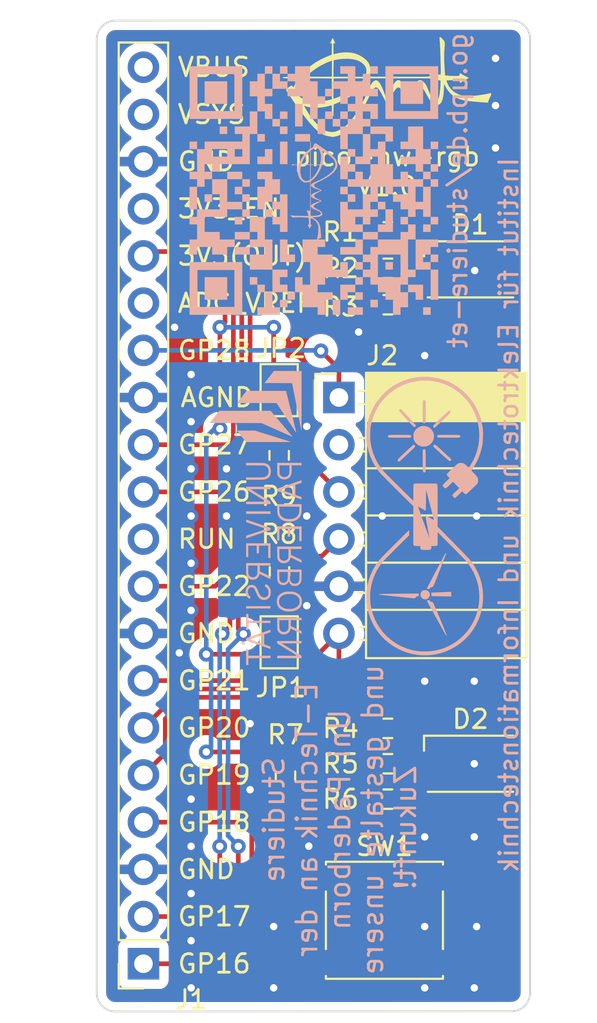
<source format=kicad_pcb>
(kicad_pcb (version 20211014) (generator pcbnew)
  (title_block (title "Pico Pupil Project") (date "04.09.2023") (rev "V 1.0") (company "Paderborn University - Measurement Engineering Group"))
  (layers (0 "F.Cu" signal) (31 "B.Cu" signal) (34 "B.Paste" user) (35 "F.Paste" user) (36 "B.SilkS" user "B.Silkscreen") (37 "F.SilkS" user "F.Silkscreen") (38 "B.Mask" user) (39 "F.Mask" user) (44 "Edge.Cuts" user))
  (net 0 "")
  (net 1 "+3.3V")
  (net 2 "Net-(D1-Pad2)")
  (net 3 "Net-(D1-Pad3)")
  (net 4 "Net-(D1-Pad4)")
  (net 5 "Net-(D2-Pad2)")
  (net 6 "Net-(D2-Pad3)")
  (net 7 "Net-(D2-Pad4)")
  (net 8 "/SCL")
  (net 9 "/SDA")
  (net 10 "GND")
  (net 11 "/Button")
  (net 12 "Net-(J1-Pad5)")
  (net 13 "Net-(J1-Pad6)")
  (net 14 "Net-(J1-Pad7)")
  (net 15 "Net-(J1-Pad9)")
  (net 17 "Net-(J1-Pad11)")
  (net 18 "Net-(J1-Pad12)")
  (net 19 "/IO")
  (net 25 "Net-(JP1-Pad2)")
  (net 26 "Net-(JP2-Pad2)")
  (footprint "Symbol-emt:EMT-Logo_11.7x5.9mm_Silkscreen" (layer "F.Cu") (at 121.666 93.726)
    (fp_text reference "H1" hide)
    (fp_text value "EMT-Logo")
  )
  (footprint "Button_Switch-emt:SW_SPST_Schurter_1301.93XX" (layer "F.Cu") (at 121.53 138.6)
    (fp_text reference "SW1" (at 0 -3.98) (layer "F.SilkS"))
    (fp_text value "SW_Push")
    (pad "1" smd rect (at -5 -2.25) (size 3 1.4) (layers "F.Cu" "F.Paste" "F.Mask") (net 10 "GND"))
    (pad "1" smd rect (at 5 -2.25) (size 3 1.4) (layers "F.Cu" "F.Paste" "F.Mask") (net 10 "GND"))
    (pad "2" smd rect (at -5 2.25) (size 3 1.4) (layers "F.Cu" "F.Paste" "F.Mask") (net 11 "/Button"))
    (pad "2" smd rect (at 5 2.25) (size 3 1.4) (layers "F.Cu" "F.Paste" "F.Mask") (net 11 "/Button"))
  )
  (footprint "Jumper:SolderJumper-2_P1.3mm_Open_TrianglePad1.0x1.5mm" (layer "F.Cu") (at 115.865 110.065 -90)
    (fp_text reference "JP2" (at -2.252742 -0.086) (layer "F.SilkS"))
    (fp_text value "I2C1_PULLUP_SCL")
    (pad "1" smd custom (at -0.725 0 270) (size 0.3 0.3) (layers "F.Cu" "F.Mask") (net 1 "+3.3V") (options (clearance outline) (anchor rect)) (primitives (gr_poly (pts (xy 1 0) (xy 0.5 0.75) (xy -0.5 0.75) (xy -0.5 -0.75) (xy 0.5 -0.75)) (width 0) (fill yes))))
    (pad "2" smd custom (at 0.725 0 270) (size 0.3 0.3) (layers "F.Cu" "F.Mask") (net 26 "Net-(JP2-Pad2)") (options (clearance outline) (anchor rect)) (primitives (gr_poly (pts (xy 0.5 0.75) (xy -0.65 0.75) (xy -0.15 0) (xy -0.65 -0.75) (xy 0.5 -0.75)) (width 0) (fill yes))))
  )
  (footprint "Jumper:SolderJumper-2_P1.3mm_Open_TrianglePad1.0x1.5mm" (layer "F.Cu") (at 115.865 123.637258 90)
    (fp_text reference "JP1" (at -2.437742 0.086) (layer "F.SilkS"))
    (fp_text value "I2C1_PULLUP_SDA")
    (pad "1" smd custom (at -0.725 0 90) (size 0.3 0.3) (layers "F.Cu" "F.Mask") (net 1 "+3.3V") (options (clearance outline) (anchor rect)) (primitives (gr_poly (pts (xy 1 0) (xy 0.5 0.75) (xy -0.5 0.75) (xy -0.5 -0.75) (xy 0.5 -0.75)) (width 0) (fill yes))))
    (pad "2" smd custom (at 0.725 0 90) (size 0.3 0.3) (layers "F.Cu" "F.Mask") (net 25 "Net-(JP1-Pad2)") (options (clearance outline) (anchor rect)) (primitives (gr_poly (pts (xy 0.5 0.75) (xy -0.65 0.75) (xy -0.15 0) (xy -0.65 -0.75) (xy 0.5 -0.75)) (width 0) (fill yes))))
  )
  (footprint "Resistor_SMD:R_0603_1608Metric" (layer "F.Cu") (at 116.205 130.825 -90)
    (fp_text reference "R7" (at -2.215 0) (layer "F.SilkS"))
    (fp_text value "10k")
    (pad "1" smd roundrect (at -0.825 0 270) (size 0.8 0.95) (layers "F.Cu" "F.Paste" "F.Mask") (net 1 "+3.3V"))
    (pad "2" smd roundrect (at 0.825 0 270) (size 0.8 0.95) (layers "F.Cu" "F.Paste" "F.Mask") (net 11 "/Button"))
  )
  (footprint "Connector_PinSocket_2.54mm:PinSocket_1x20_P2.54mm_Vertical" (layer "F.Cu") (at 108.56 140.94 180)
    (fp_text reference "J1" (at -2.565 -1.935) (layer "F.SilkS"))
    (fp_text value "Conn_01x20_Female")
    (pad "1" thru_hole rect (at 0 0 180) (size 1.7 1.7) (drill 1) (layers *.Cu *.Mask) (net 9 "/SDA"))
    (pad "2" thru_hole oval (at 0 2.54 180) (size 1.7 1.7) (drill 1) (layers *.Cu *.Mask) (net 8 "/SCL"))
    (pad "3" thru_hole oval (at 0 5.08 180) (size 1.7 1.7) (drill 1) (layers *.Cu *.Mask) (net 10 "GND"))
    (pad "4" thru_hole oval (at 0 7.62 180) (size 1.7 1.7) (drill 1) (layers *.Cu *.Mask) (net 11 "/Button"))
    (pad "5" thru_hole oval (at 0 10.16 180) (size 1.7 1.7) (drill 1) (layers *.Cu *.Mask) (net 12 "Net-(J1-Pad5)"))
    (pad "6" thru_hole oval (at 0 12.7 180) (size 1.7 1.7) (drill 1) (layers *.Cu *.Mask) (net 13 "Net-(J1-Pad6)"))
    (pad "7" thru_hole oval (at 0 15.24 180) (size 1.7 1.7) (drill 1) (layers *.Cu *.Mask) (net 14 "Net-(J1-Pad7)"))
    (pad "8" thru_hole oval (at 0 17.78 180) (size 1.7 1.7) (drill 1) (layers *.Cu *.Mask) (net 10 "GND"))
    (pad "9" thru_hole oval (at 0 20.32 180) (size 1.7 1.7) (drill 1) (layers *.Cu *.Mask) (net 15 "Net-(J1-Pad9)"))
    (pad "10" thru_hole oval (at 0 22.86 180) (size 1.7 1.7) (drill 1) (layers *.Cu *.Mask))
    (pad "11" thru_hole oval (at 0 25.4 180) (size 1.7 1.7) (drill 1) (layers *.Cu *.Mask) (net 17 "Net-(J1-Pad11)"))
    (pad "12" thru_hole oval (at 0 27.94 180) (size 1.7 1.7) (drill 1) (layers *.Cu *.Mask) (net 18 "Net-(J1-Pad12)"))
    (pad "13" thru_hole oval (at 0 30.48 180) (size 1.7 1.7) (drill 1) (layers *.Cu *.Mask) (net 10 "GND"))
    (pad "14" thru_hole oval (at 0 33.02 180) (size 1.7 1.7) (drill 1) (layers *.Cu *.Mask) (net 19 "/IO"))
    (pad "15" thru_hole oval (at 0 35.56 180) (size 1.7 1.7) (drill 1) (layers *.Cu *.Mask))
    (pad "16" thru_hole oval (at 0 38.1 180) (size 1.7 1.7) (drill 1) (layers *.Cu *.Mask) (net 1 "+3.3V"))
    (pad "17" thru_hole oval (at 0 40.64 180) (size 1.7 1.7) (drill 1) (layers *.Cu *.Mask))
    (pad "18" thru_hole oval (at 0 43.18 180) (size 1.7 1.7) (drill 1) (layers *.Cu *.Mask) (net 10 "GND"))
    (pad "19" thru_hole oval (at 0 45.72 180) (size 1.7 1.7) (drill 1) (layers *.Cu *.Mask))
    (pad "20" thru_hole oval (at 0 48.26 180) (size 1.7 1.7) (drill 1) (layers *.Cu *.Mask))
  )
  (footprint "Resistor_SMD:R_0603_1608Metric" (layer "F.Cu") (at 121.715 132.08 180)
    (fp_text reference "R6" (at 2.54 0) (layer "F.SilkS"))
    (fp_text value "1 kΩ")
    (pad "1" smd roundrect (at -0.825 0 180) (size 0.8 0.95) (layers "F.Cu" "F.Paste" "F.Mask") (net 5 "Net-(D2-Pad2)"))
    (pad "2" smd roundrect (at 0.825 0 180) (size 0.8 0.95) (layers "F.Cu" "F.Paste" "F.Mask") (net 12 "Net-(J1-Pad5)"))
  )
  (footprint "LED_SMD:LED_RGB_Wuerth-PLCC4_3.2x2.8mm_150141M173100" (layer "F.Cu") (at 126.16 103.56125)
    (fp_text reference "D1" (at 0 -2.4) (layer "F.SilkS"))
    (fp_text value "LED_ABRG")
    (pad "1" smd rect (at 1.55 -0.7) (size 1.5 0.9) (layers "F.Cu" "F.Paste" "F.Mask") (net 1 "+3.3V"))
    (pad "2" smd rect (at 1.55 0.7) (size 1.5 0.9) (layers "F.Cu" "F.Paste" "F.Mask") (net 2 "Net-(D1-Pad2)"))
    (pad "3" smd rect (at -1.55 -0.7) (size 1.5 0.9) (layers "F.Cu" "F.Paste" "F.Mask") (net 3 "Net-(D1-Pad3)"))
    (pad "4" smd rect (at -1.55 0.7) (size 1.5 0.9) (layers "F.Cu" "F.Paste" "F.Mask") (net 4 "Net-(D1-Pad4)"))
  )
  (footprint "Resistor_SMD:R_0603_1608Metric" (layer "F.Cu") (at 115.8825 119.827258 90)
    (fp_text reference "R8" (at 2.015 -0.0175) (layer "F.SilkS"))
    (fp_text value "2.2k")
    (pad "1" smd roundrect (at -0.825 0 90) (size 0.8 0.95) (layers "F.Cu" "F.Paste" "F.Mask") (net 25 "Net-(JP1-Pad2)"))
    (pad "2" smd roundrect (at 0.825 0 90) (size 0.8 0.95) (layers "F.Cu" "F.Paste" "F.Mask") (net 9 "/SDA"))
  )
  (footprint "LED_SMD:LED_RGB_Wuerth-PLCC4_3.2x2.8mm_150141M173100" (layer "F.Cu") (at 126.16 130.175)
    (fp_text reference "D2" (at 0 -2.4) (layer "F.SilkS"))
    (fp_text value "LED_ABRG")
    (pad "1" smd rect (at 1.55 -0.7) (size 1.5 0.9) (layers "F.Cu" "F.Paste" "F.Mask") (net 1 "+3.3V"))
    (pad "2" smd rect (at 1.55 0.7) (size 1.5 0.9) (layers "F.Cu" "F.Paste" "F.Mask") (net 5 "Net-(D2-Pad2)"))
    (pad "3" smd rect (at -1.55 -0.7) (size 1.5 0.9) (layers "F.Cu" "F.Paste" "F.Mask") (net 6 "Net-(D2-Pad3)"))
    (pad "4" smd rect (at -1.55 0.7) (size 1.5 0.9) (layers "F.Cu" "F.Paste" "F.Mask") (net 7 "Net-(D2-Pad4)"))
  )
  (footprint "Resistor_SMD:R_0603_1608Metric" (layer "F.Cu") (at 121.715 105.46625 180)
    (fp_text reference "R3" (at 2.54 -0.1125) (layer "F.SilkS"))
    (fp_text value "1 kΩ")
    (pad "1" smd roundrect (at -0.825 0 180) (size 0.8 0.95) (layers "F.Cu" "F.Paste" "F.Mask") (net 2 "Net-(D1-Pad2)"))
    (pad "2" smd roundrect (at 0.825 0 180) (size 0.8 0.95) (layers "F.Cu" "F.Paste" "F.Mask") (net 15 "Net-(J1-Pad9)"))
  )
  (footprint "Pmod_Interface-emt:Pmod_Interface_Female6" (layer "F.Cu") (at 119.08 110.46)
    (fp_text reference "J2" (at 2.332 -2.256) (layer "F.SilkS"))
    (fp_text value "Pmod-Interface-GPIO6")
    (pad "1" thru_hole rect (at 0 0 180) (size 1.7 1.7) (drill 1) (layers *.Cu *.Mask) (net 19 "/IO"))
    (pad "2" thru_hole oval (at 0 2.54 180) (size 1.7 1.7) (drill 1) (layers *.Cu *.Mask))
    (pad "3" thru_hole oval (at 0 5.08 180) (size 1.7 1.7) (drill 1) (layers *.Cu *.Mask) (net 8 "/SCL"))
    (pad "4" thru_hole oval (at 0 7.62 180) (size 1.7 1.7) (drill 1) (layers *.Cu *.Mask) (net 9 "/SDA"))
    (pad "5" thru_hole oval (at 0 10.16 180) (size 1.7 1.7) (drill 1) (layers *.Cu *.Mask) (net 10 "GND"))
    (pad "6" thru_hole circle (at 0 12.7 180) (size 1.7 1.7) (drill 1) (layers *.Cu *.Mask) (net 1 "+3.3V"))
  )
  (footprint "Resistor_SMD:R_0603_1608Metric" (layer "F.Cu") (at 121.715 101.54375 180)
    (fp_text reference "R1" (at 2.54 0) (layer "F.SilkS"))
    (fp_text value "470 Ω")
    (pad "1" smd roundrect (at -0.825 0 180) (size 0.8 0.95) (layers "F.Cu" "F.Paste" "F.Mask") (net 3 "Net-(D1-Pad3)"))
    (pad "2" smd roundrect (at 0.825 0 180) (size 0.8 0.95) (layers "F.Cu" "F.Paste" "F.Mask") (net 18 "Net-(J1-Pad12)"))
  )
  (footprint "Resistor_SMD:R_0603_1608Metric" (layer "F.Cu") (at 121.715 128.27 180)
    (fp_text reference "R4" (at 2.54 0) (layer "F.SilkS"))
    (fp_text value "470 Ω")
    (pad "1" smd roundrect (at -0.825 0 180) (size 0.8 0.95) (layers "F.Cu" "F.Paste" "F.Mask") (net 6 "Net-(D2-Pad3)"))
    (pad "2" smd roundrect (at 0.825 0 180) (size 0.8 0.95) (layers "F.Cu" "F.Paste" "F.Mask") (net 14 "Net-(J1-Pad7)"))
  )
  (footprint "Resistor_SMD:R_0603_1608Metric" (layer "F.Cu") (at 121.715 103.505 180)
    (fp_text reference "R2" (at 2.54 0) (layer "F.SilkS"))
    (fp_text value "1.5 kΩ")
    (pad "1" smd roundrect (at -0.825 0 180) (size 0.8 0.95) (layers "F.Cu" "F.Paste" "F.Mask") (net 4 "Net-(D1-Pad4)"))
    (pad "2" smd roundrect (at 0.825 0 180) (size 0.8 0.95) (layers "F.Cu" "F.Paste" "F.Mask") (net 17 "Net-(J1-Pad11)"))
  )
  (footprint "Resistor_SMD:R_0603_1608Metric" (layer "F.Cu") (at 115.865 113.575 -90)
    (fp_text reference "R9" (at 2.2 0) (layer "F.SilkS"))
    (fp_text value "2.2k")
    (pad "1" smd roundrect (at -0.825 0 270) (size 0.8 0.95) (layers "F.Cu" "F.Paste" "F.Mask") (net 26 "Net-(JP2-Pad2)"))
    (pad "2" smd roundrect (at 0.825 0 270) (size 0.8 0.95) (layers "F.Cu" "F.Paste" "F.Mask") (net 8 "/SCL"))
  )
  (footprint "Resistor_SMD:R_0603_1608Metric" (layer "F.Cu") (at 121.715 130.175 180)
    (fp_text reference "R5" (at 2.54 0) (layer "F.SilkS"))
    (fp_text value "1.5 kΩ")
    (pad "1" smd roundrect (at -0.825 0 180) (size 0.8 0.95) (layers "F.Cu" "F.Paste" "F.Mask") (net 7 "Net-(D2-Pad4)"))
    (pad "2" smd roundrect (at 0.825 0 180) (size 0.8 0.95) (layers "F.Cu" "F.Paste" "F.Mask") (net 13 "Net-(J1-Pad6)"))
  )
  (footprint "Symbol-emt:qr-studiere-et_15x16" (layer "B.Cu") (at 117.729 99.314 -90)
    (fp_text reference "H3")
    (fp_text value "QR-Link")
    (fp_text user "go.upb.de/studiere-et" (at 0 -7.747 90 unlocked) (layer "B.SilkS") (effects (justify mirror)))
  )
  (footprint "Symbol-emt:UPB-Logo_De_15.9X5.6mm" (layer "B.Cu") (at 115.75 118.85 -90)
    (fp_text reference "H2" hide)
    (fp_text value "UPB-Logo")
  )
  (footprint "LOGO" (layer "B.Cu") (at 123.698 116.84 -90)
    (fp_text reference "G***" hide)
    (fp_text value "LOGO" hide)
  )
  (gr_arc (start 129.37 142.5) (mid 129.077107 143.207107) (end 128.37 143.5) (layer "Edge.Cuts") (width 0.1))
  (gr_line (start 128.37 143.5) (end 107.045 143.51) (layer "Edge.Cuts") (width 0.1))
  (gr_line (start 107.045 90.17) (end 128.37 90.16) (layer "Edge.Cuts") (width 0.1))
  (gr_arc (start 107.045 143.51) (mid 106.337893 143.217107) (end 106.045 142.51) (layer "Edge.Cuts") (width 0.1))
  (gr_line (start 129.37 91.16) (end 129.37 142.5) (layer "Edge.Cuts") (width 0.1))
  (gr_line (start 106.045 142.51) (end 106.045 91.17) (layer "Edge.Cuts") (width 0.1))
  (gr_arc (start 106.045001 91.17) (mid 106.342491 90.467491) (end 107.045 90.170001) (layer "Edge.Cuts") (width 0.1))
  (gr_arc (start 128.37 90.16) (mid 129.077107 90.452893) (end 129.37 91.16) (layer "Edge.Cuts") (width 0.1))
  (gr_text "Studiere \nE-Technik an der \nUni Paderborn \nund gestalte unsere \nZukunft!\n" (at 119.126 133.604 90) (layer "B.SilkS") (effects (font (size 1.1 1.1)) (justify mirror)))
  (gr_text "Institut für Elektrotechnik und Informationstechnik" (at 128.2192 116.7892 90) (layer "B.SilkS") (effects (font (size 1 1)) (justify mirror)))
  (gr_text "GND" (at 111.941428 97.76) (layer "F.SilkS") (effects (font (size 1 1))))
  (gr_text "GP26" (at 112.37 115.54) (layer "F.SilkS") (effects (font (size 1 1))))
  (gr_text "3V3(OUT)" (at 113.893809 102.84) (layer "F.SilkS") (effects (font (size 1 1))))
  (gr_text "GP16" (at 112.37 140.94) (layer "F.SilkS") (effects (font (size 1 1))))
  (gr_text "3V3_EN" (at 113.155714 100.3) (layer "F.SilkS") (effects (font (size 1 1))))
  (gr_text "VBUS" (at 112.34619 92.68) (layer "F.SilkS") (effects (font (size 1 1))))
  (gr_text "GP19" (at 112.37 130.78) (layer "F.SilkS") (effects (font (size 1 1))))
  (gr_text "GND" (at 111.941428 135.86) (layer "F.SilkS") (effects (font (size 1 1))))
  (gr_text "GND" (at 111.941428 123.16) (layer "F.SilkS") (effects (font (size 1 1))))
  (gr_text "GP20" (at 112.37 128.24) (layer "F.SilkS") (effects (font (size 1 1))))
  (gr_text "GP28" (at 112.37 107.92) (layer "F.SilkS") (effects (font (size 1 1))))
  (gr_text "RUN" (at 111.965238 118.08) (layer "F.SilkS") (effects (font (size 1 1))))
  (gr_text "GP18" (at 112.37 133.32) (layer "F.SilkS") (effects (font (size 1 1))))
  (gr_text "AGND" (at 112.522 110.46) (layer "F.SilkS") (effects (font (size 1 1))))
  (gr_text "GP21" (at 112.37 125.7) (layer "F.SilkS") (effects (font (size 1 1))))
  (gr_text "GP22" (at 112.37 120.62) (layer "F.SilkS") (effects (font (size 1 1))))
  (gr_text "VSYS" (at 112.227143 95.22) (layer "F.SilkS") (effects (font (size 1 1))))
  (gr_text "pico-hw-rgb\nV1.0" (at 121.666 98.298) (layer "F.SilkS") (effects (font (size 1 1))))
  (gr_text "GP27" (at 112.37 113) (layer "F.SilkS") (effects (font (size 1 1))))
  (gr_text "GP17" (at 112.37 138.4) (layer "F.SilkS") (effects (font (size 1 1))))
  (gr_text "ADC_VREF" (at 114.036666 105.38) (layer "F.SilkS") (effects (font (size 1 1))))
  (segment (start 112.95 102.95) (end 113.205 102.695) (width 0.25) (layer "F.Cu") (net 1))
  (segment (start 119.192354 102.605) (end 113.095 102.605) (width 0.25) (layer "F.Cu") (net 1))
  (segment (start 112.95 102.95) (end 112.95 102.75) (width 0.25) (layer "F.Cu") (net 1))
  (segment (start 117.877742 124.362258) (end 119.08 123.16) (width 0.25) (layer "F.Cu") (net 1))
  (segment (start 115.865 124.362258) (end 117.877742 124.362258) (width 0.25) (layer "F.Cu") (net 1))
  (segment (start 115.745 129.54) (end 116.205 130) (width 0.25) (layer "F.Cu") (net 1))
  (segment (start 112.6755 106.68) (end 112.95 106.4055) (width 0.25) (layer "F.Cu") (net 1))
  (segment (start 115.57 109.045) (end 115.57 106.68) (width 0.25) (layer "F.Cu") (net 1))
  (segment (start 112.6755 106.68) (end 112.6755 112.137952) (width 0.25) (layer "F.Cu") (net 1))
  (segment (start 126.48325 102.86125) (end 124.36575 100.74375) (width 0.25) (layer "F.Cu") (net 1))
  (segment (start 120.472538 100.74375) (end 120.165 101.051288) (width 0.25) (layer "F.Cu") (net 1))
  (segment (start 120.165 101.632354) (end 119.192354 102.605) (width 0.25) (layer "F.Cu") (net 1))
  (segment (start 119.08 123.16) (end 119.08 125.212208) (width 0.25) (layer "F.Cu") (net 1))
  (segment (start 127.71 102.86125) (end 126.48325 102.86125) (width 0.25) (layer "F.Cu") (net 1))
  (segment (start 112.95 106.4055) (end 112.95 103.05) (width 0.25) (layer "F.Cu") (net 1))
  (segment (start 113.095 102.605) (end 112.605 102.605) (width 0.25) (layer "F.Cu") (net 1))
  (segment (start 124.36575 100.74375) (end 120.472538 100.74375) (width 0.25) (layer "F.Cu") (net 1))
  (segment (start 119.08 125.212208) (end 120.867792 127) (width 0.25) (layer "F.Cu") (net 1))
  (segment (start 120.867792 127) (end 127 127) (width 0.25) (layer "F.Cu") (net 1))
  (segment (start 127 127) (end 127.71 127.71) (width 0.25) (layer "F.Cu") (net 1))
  (segment (start 112.95 102.75) (end 113.095 102.605) (width 0.25) (layer "F.Cu") (net 1))
  (segment (start 120.165 101.051288) (end 120.165 101.632354) (width 0.25) (layer "F.Cu") (net 1))
  (segment (start 112.95 103.05) (end 112.95 102.95) (width 0.25) (layer "F.Cu") (net 1))
  (segment (start 112.605 102.605) (end 108.795 102.605) (width 0.25) (layer "F.Cu") (net 1))
  (segment (start 127.71 127.71) (end 127.71 129.475) (width 0.25) (layer "F.Cu") (net 1))
  (segment (start 111.940997 129.54) (end 115.745 129.54) (width 0.25) (layer "F.Cu") (net 1))
  (segment (start 111.940997 124.279003) (end 115.781745 124.279003) (width 0.25) (layer "F.Cu") (net 1))
  (segment (start 112.95 102.95) (end 112.605 102.605) (width 0.25) (layer "F.Cu") (net 1))
  (via (at 112.6755 106.68) (size 0.8) (drill 0.4) (layers "F.Cu" "B.Cu") (net 1))
  (via (at 115.57 106.68) (size 0.8) (drill 0.4) (layers "F.Cu" "B.Cu") (net 1))
  (via (at 111.940997 129.54) (size 0.8) (drill 0.4) (layers "F.Cu" "B.Cu") (net 1))
  (via (at 112.6755 112.137952) (size 0.8) (drill 0.4) (layers "F.Cu" "B.Cu") (net 1))
  (via (at 111.940997 124.279003) (size 0.8) (drill 0.4) (layers "F.Cu" "B.Cu") (net 1))
  (segment (start 111.940997 112.589003) (end 111.940997 124.279003) (width 0.25) (layer "B.Cu") (net 1))
  (segment (start 112.392048 112.137952) (end 111.940997 112.589003) (width 0.25) (layer "B.Cu") (net 1))
  (segment (start 112.2 124.538006) (end 112.2 129.280997) (width 0.25) (layer "B.Cu") (net 1))
  (segment (start 115.57 106.68) (end 112.6755 106.68) (width 0.25) (layer "B.Cu") (net 1))
  (segment (start 112.2 129.280997) (end 111.940997 129.54) (width 0.25) (layer "B.Cu") (net 1))
  (segment (start 111.940997 124.279003) (end 112.2 124.538006) (width 0.25) (layer "B.Cu") (net 1))
  (segment (start 112.6755 112.137952) (end 112.392048 112.137952) (width 0.25) (layer "B.Cu") (net 1))
  (segment (start 122.54 105.46625) (end 125.16575 105.46625) (width 0.25) (layer "F.Cu") (net 2))
  (segment (start 126.151375 104.480625) (end 127.71 104.480625) (width 0.25) (layer "F.Cu") (net 2))
  (segment (start 125.16575 105.46625) (end 126.151375 104.480625) (width 0.25) (layer "F.Cu") (net 2))
  (segment (start 123.2925 101.54375) (end 124.61 102.86125) (width 0.25) (layer "F.Cu") (net 3))
  (segment (start 122.54 101.54375) (end 123.2925 101.54375) (width 0.25) (layer "F.Cu") (net 3))
  (segment (start 122.54 103.505) (end 123.19 103.505) (width 0.25) (layer "F.Cu") (net 4))
  (segment (start 123.19 103.505) (end 123.825 104.14) (width 0.25) (layer "F.Cu") (net 4))
  (segment (start 122.54 132.08) (end 126.505 132.08) (width 0.25) (layer "F.Cu") (net 5))
  (segment (start 126.505 132.08) (end 127.71 130.875) (width 0.25) (layer "F.Cu") (net 5))
  (segment (start 124.25 128.27) (end 124.61 128.63) (width 0.25) (layer "F.Cu") (net 6))
  (segment (start 124.61 128.63) (end 124.61 129.475) (width 0.25) (layer "F.Cu") (net 6))
  (segment (start 122.54 128.27) (end 124.25 128.27) (width 0.25) (layer "F.Cu") (net 6))
  (segment (start 122.54 130.175) (end 123.24 130.875) (width 0.25) (layer "F.Cu") (net 7))
  (segment (start 123.24 130.875) (end 124.61 130.875) (width 0.25) (layer "F.Cu") (net 7))
  (segment (start 112.665497 137.524503) (end 111.79 138.4) (width 0.25) (layer "F.Cu") (net 8))
  (segment (start 112.665497 134.62) (end 112.665497 137.524503) (width 0.25) (layer "F.Cu") (net 8))
  (segment (start 114.935 115.33) (end 115.865 114.4) (width 0.25) (layer "F.Cu") (net 8))
  (segment (start 113.215 121.033362) (end 114.935 119.313362) (width 0.25) (layer "F.Cu") (net 8))
  (segment (start 115.865 114.4) (end 117.94 114.4) (width 0.25) (layer "F.Cu") (net 8))
  (segment (start 117.94 114.4) (end 119.08 115.54) (width 0.25) (layer "F.Cu") (net 8))
  (segment (start 113.215 122.783693) (end 113.215 121.033362) (width 0.25) (layer "F.Cu") (net 8))
  (segment (start 112.808693 123.19) (end 113.215 122.783693) (width 0.25) (layer "F.Cu") (net 8))
  (segment (start 114.935 119.313362) (end 114.935 115.33) (width 0.25) (layer "F.Cu") (net 8))
  (segment (start 111.79 138.4) (end 108.56 138.4) (width 0.25) (layer "F.Cu") (net 8))
  (via (at 112.808693 123.19) (size 0.8) (drill 0.4) (layers "F.Cu" "B.Cu") (net 8))
  (via (at 112.665497 134.62) (size 0.8) (drill 0.4) (layers "F.Cu" "B.Cu") (net 8))
  (segment (start 112.808693 123.19) (end 112.665497 123.333196) (width 0.25) (layer "B.Cu") (net 8))
  (segment (start 112.665497 123.333196) (end 112.665497 134.62) (width 0.25) (layer "B.Cu") (net 8))
  (segment (start 113.665 134.62) (end 113.665 140.335) (width 0.25) (layer "F.Cu") (net 9))
  (segment (start 113.665 140.335) (end 113.06 140.94) (width 0.25) (layer "F.Cu") (net 9))
  (segment (start 113.06 140.94) (end 108.56 140.94) (width 0.25) (layer "F.Cu") (net 9))
  (segment (start 113.9395 123.19) (end 113.665 122.9155) (width 0.25) (layer "F.Cu") (net 9))
  (segment (start 115.8825 119.002258) (end 118.157742 119.002258) (width 0.25) (layer "F.Cu") (net 9))
  (segment (start 118.157742 119.002258) (end 119.08 118.08) (width 0.25) (layer "F.Cu") (net 9))
  (segment (start 113.665 121.219758) (end 115.8825 119.002258) (width 0.25) (layer "F.Cu") (net 9))
  (segment (start 113.665 122.9155) (end 113.665 121.219758) (width 0.25) (layer "F.Cu") (net 9))
  (via (at 113.9395 123.19) (size 0.8) (drill 0.4) (layers "F.Cu" "B.Cu") (net 9))
  (via (at 113.665 134.62) (size 0.8) (drill 0.4) (layers "F.Cu" "B.Cu") (net 9))
  (segment (start 113.390497 134.345497) (end 113.665 134.62) (width 0.25) (layer "B.Cu") (net 9))
  (segment (start 113.115497 134.044695) (end 113.390497 134.319695) (width 0.25) (layer "B.Cu") (net 9))
  (segment (start 113.115497 124.014003) (end 113.115497 134.044695) (width 0.25) (layer "B.Cu") (net 9))
  (segment (start 113.9395 123.19) (end 113.115497 124.014003) (width 0.25) (layer "B.Cu") (net 9))
  (segment (start 113.390497 134.319695) (end 113.390497 134.345497) (width 0.25) (layer "B.Cu") (net 9))
  (via (at 111.125 121.92) (size 0.8) (drill 0.4) (layers "F.Cu" "B.Cu") (net 10))
  (via (at 123.698 108.204) (size 0.8) (drill 0.4) (layers "F.Cu" "B.Cu") (net 10))
  (via (at 111.125 134.62) (size 0.8) (drill 0.4) (layers "F.Cu" "B.Cu") (net 10))
  (via (at 121.412 116.84) (size 0.8) (drill 0.4) (layers "F.Cu" "B.Cu") (net 10))
  (via (at 111.125 109.22) (size 0.8) (drill 0.4) (layers "F.Cu" "B.Cu") (net 10))
  (via (at 114.3 128.016) (size 0.8) (drill 0.4) (layers "F.Cu" "B.Cu") (net 10))
  (via (at 126.492 138.938) (size 0.8) (drill 0.4) (layers "F.Cu" "B.Cu") (net 10))
  (via (at 111.125 119.38) (size 0.8) (drill 0.4) (layers "F.Cu" "B.Cu") (net 10))
  (via (at 126.389978 103.625569) (size 0.8) (drill 0.4) (layers "F.Cu" "B.Cu") (net 10))
  (via (at 111.125 114.3) (size 0.8) (drill 0.4) (layers "F.Cu" "B.Cu") (net 10))
  (via (at 123.698 134.112) (size 0.8) (drill 0.4) (layers "F.Cu" "B.Cu") (net 10))
  (via (at 111.125 137.16) (size 0.8) (drill 0.4) (layers "F.Cu" "B.Cu") (net 10))
  (via (at 127.508 94.742) (size 0.8) (drill 0.4) (layers "F.Cu" "B.Cu") (net 10))
  (via (at 127.508 97.028) (size 0.8) (drill 0.4) (layers "F.Cu" "B.Cu") (net 10))
  (via (at 117.348 112.014) (size 0.8) (drill 0.4) (layers "F.Cu" "B.Cu") (net 10))
  (via (at 117.348 116.84) (size 0.8) (drill 0.4) (layers "F.Cu" "B.Cu") (net 10))
  (via (at 111.125 116.84) (size 0.8) (drill 0.4) (layers "F.Cu" "B.Cu") (net 10))
  (via (at 126.365 134.112) (size 0.8) (drill 0.4) (layers "F.Cu" "B.Cu") (net 10))
  (via (at 117.46 134.61) (size 0.8) (drill 0.4) (layers "F.Cu" "B.Cu") (net 10))
  (via (at 111.125 139.7) (size 0.8) (drill 0.4) (layers "F.Cu" "B.Cu") (net 10))
  (via (at 126.365 125.73) (size 0.8) (drill 0.4) (layers "F.Cu" "B.Cu") (net 10))
  (via (at 120.142 106.934) (size 0.8) (drill 0.4) (layers "F.Cu" "B.Cu") (net 10))
  (via (at 126.492 116.84) (size 0.8) (drill 0.4) (layers "F.Cu" "B.Cu") (net 10))
  (via (at 111.125 111.76) (size 0.8) (drill 0.4) (layers "F.Cu" "B.Cu") (net 10))
  (via (at 115.57 138.938) (size 0.8) (drill 0.4) (layers "F.Cu" "B.Cu") (net 10))
  (via (at 123.698 142.24) (size 0.8) (drill 0.4) (layers "F.Cu" "B.Cu") (net 10))
  (via (at 110.49 124.206) (size 0.8) (drill 0.4) (layers "F.Cu" "B.Cu") (net 10))
  (via (at 111.125 132.08) (size 0.8) (drill 0.4) (layers "F.Cu" "B.Cu") (net 10))
  (via (at 117.348 121.666) (size 0.8) (drill 0.4) (layers "F.Cu" "B.Cu") (net 10))
  (via (at 113.03 114.3) (size 0.8) (drill 0.4) (layers "F.Cu" "B.Cu") (net 10))
  (via (at 123.698 138.938) (size 0.8) (drill 0.4) (layers "F.Cu" "B.Cu") (net 10))
  (via (at 111.125 142.24) (size 0.8) (drill 0.4) (layers "F.Cu" "B.Cu") (net 10))
  (via (at 123.698 125.73) (size 0.8) (drill 0.4) (layers "F.Cu" "B.Cu") (net 10))
  (via (at 126.365 130.175) (size 0.8) (drill 0.4) (layers "F.Cu" "B.Cu") (net 10))
  (via (at 126.365 142.24) (size 0.8) (drill 0.4) (layers "F.Cu" "B.Cu") (net 10))
  (via (at 110.236 106.68) (size 0.8) (drill 0.4) (layers "F.Cu" "B.Cu") (net 10))
  (via (at 114.3 131.572) (size 0.8) (drill 0.4) (layers "F.Cu" "B.Cu") (net 10))
  (via (at 113.03 116.84) (size 0.8) (drill 0.4) (layers "F.Cu" "B.Cu") (net 10))
  (via (at 127.508 92.202) (size 0.8) (drill 0.4) (layers "F.Cu" "B.Cu") (net 10))
  (via (at 115.57 142.24) (size 0.8) (drill 0.4) (layers "F.Cu" "B.Cu") (net 10))
  (segment (start 114.39 133.38) (end 114.33 133.32) (width 0.25) (layer "F.Cu") (net 11))
  (segment (start 114.39 133.6686) (end 114.3646 133.6686) (width 0.25) (layer "F.Cu") (net 11))
  (segment (start 114.016 133.32) (end 114.33 133.32) (width 0.25) (layer "F.Cu") (net 11))
  (segment (start 115.45 140.85) (end 114.39 139.79) (width 0.25) (layer "F.Cu") (net 11))
  (segment (start 116.205 132.715) (end 116.205 131.65) (width 0.25) (layer "F.Cu") (net 11))
  (segment (start 114.39 133.6686) (end 114.39 133.38) (width 0.25) (layer "F.Cu") (net 11))
  (segment (start 114.33 133.32) (end 114.8126 133.32) (width 0.25) (layer "F.Cu") (net 11))
  (segment (start 115.6 133.32) (end 116.205 132.715) (width 0.25) (layer "F.Cu") (net 11))
  (segment (start 114.39 133.6686) (end 114.464 133.6686) (width 0.25) (layer "F.Cu") (net 11))
  (segment (start 116.53 140.85) (end 126.53 140.85) (width 0.25) (layer "F.Cu") (net 11))
  (segment (start 114.39 139.79) (end 114.39 133.6686) (width 0.25) (layer "F.Cu") (net 11))
  (segment (start 114.464 133.6686) (end 114.8126 133.32) (width 0.25) (layer "F.Cu") (net 11))
  (segment (start 114.3646 133.6686) (end 114.016 133.32) (width 0.25) (layer "F.Cu") (net 11))
  (segment (start 108.56 133.32) (end 114.016 133.32) (width 0.25) (layer "F.Cu") (net 11))
  (segment (start 114.8126 133.32) (end 115.6 133.32) (width 0.25) (layer "F.Cu") (net 11))
  (segment (start 119.565 130.755) (end 119.565 127.606396) (width 0.25) (layer "F.Cu") (net 12))
  (segment (start 109.735 129.605) (end 108.56 130.78) (width 0.25) (layer "F.Cu") (net 12))
  (segment (start 118.558604 126.6) (end 110.89 126.6) (width 0.25) (layer "F.Cu") (net 12))
  (segment (start 120.89 132.08) (end 119.565 130.755) (width 0.25) (layer "F.Cu") (net 12))
  (segment (start 110.89 126.6) (end 109.735 127.755) (width 0.25) (layer "F.Cu") (net 12))
  (segment (start 109.735 127.755) (end 109.735 129.605) (width 0.25) (layer "F.Cu") (net 12))
  (segment (start 119.565 127.606396) (end 118.558604 126.6) (width 0.25) (layer "F.Cu") (net 12))
  (segment (start 120.015 127.42) (end 120.015 129.54) (width 0.25) (layer "F.Cu") (net 13))
  (segment (start 120.015 129.54) (end 120.65 130.175) (width 0.25) (layer "F.Cu") (net 13))
  (segment (start 108.56 128.24) (end 110.65 126.15) (width 0.25) (layer "F.Cu") (net 13))
  (segment (start 118.745 126.15) (end 120.015 127.42) (width 0.25) (layer "F.Cu") (net 13))
  (segment (start 110.65 126.15) (end 118.745 126.15) (width 0.25) (layer "F.Cu") (net 13))
  (segment (start 108.56 125.7) (end 118.931396 125.7) (width 0.25) (layer "F.Cu") (net 14))
  (segment (start 118.931396 125.7) (end 120.89 127.658604) (width 0.25) (layer "F.Cu") (net 14))
  (segment (start 120.89 127.658604) (end 120.89 128.27) (width 0.25) (layer "F.Cu") (net 14))
  (segment (start 112.425 120.62) (end 114.3 118.745) (width 0.25) (layer "F.Cu") (net 15))
  (segment (start 114.3 118.745) (end 114.3 104.3) (width 0.25) (layer "F.Cu") (net 15))
  (segment (start 108.56 120.62) (end 112.425 120.62) (width 0.25) (layer "F.Cu") (net 15))
  (segment (start 114.645 103.955) (end 119.37875 103.955) (width 0.25) (layer "F.Cu") (net 15))
  (segment (start 119.37875 103.955) (end 120.89 105.46625) (width 0.25) (layer "F.Cu") (net 15))
  (segment (start 114.3 104.3) (end 114.645 103.955) (width 0.25) (layer "F.Cu") (net 15))
  (segment (start 108.56 115.54) (end 113.06 115.54) (width 0.25) (layer "F.Cu") (net 17))
  (segment (start 113.06 115.54) (end 113.85 114.75) (width 0.25) (layer "F.Cu") (net 17))
  (segment (start 113.85 114.75) (end 113.85 103.955) (width 0.25) (layer "F.Cu") (net 17))
  (segment (start 113.85 103.955) (end 114.3 103.505) (width 0.25) (layer "F.Cu") (net 17))
  (segment (start 114.3 103.505) (end 120.89 103.505) (width 0.25) (layer "F.Cu") (net 17))
  (segment (start 113.4 103.768604) (end 114.113604 103.055) (width 0.25) (layer "F.Cu") (net 18))
  (segment (start 113.06 113) (end 113.4 112.66) (width 0.25) (layer "F.Cu") (net 18))
  (segment (start 119.37875 103.055) (end 120.89 101.54375) (width 0.25) (layer "F.Cu") (net 18))
  (segment (start 114.113604 103.055) (end 119.37875 103.055) (width 0.25) (layer "F.Cu") (net 18))
  (segment (start 113.4 112.66) (end 113.4 103.768604) (width 0.25) (layer "F.Cu") (net 18))
  (segment (start 108.56 113) (end 113.06 113) (width 0.25) (layer "F.Cu") (net 18))
  (segment (start 119.08 108.92) (end 119.08 110.46) (width 0.25) (layer "F.Cu") (net 19))
  (segment (start 118.11 107.95) (end 119.08 108.92) (width 0.25) (layer "F.Cu") (net 19))
  (via (at 118.11 107.95) (size 0.8) (drill 0.4) (layers "F.Cu" "B.Cu") (net 19))
  (segment (start 108.56 107.92) (end 118.08 107.92) (width 0.25) (layer "B.Cu") (net 19))
  (segment (start 118.08 107.92) (end 118.11 107.95) (width 0.25) (layer "B.Cu") (net 19))
  (segment (start 115.8825 120.652258) (end 115.8825 122.894758) (width 0.25) (layer "F.Cu") (net 25))
  (segment (start 115.865 110.79) (end 115.865 112.75) (width 0.25) (layer "F.Cu") (net 26))
  (zone (net 10) (net_name "GND") (layers F&B.Cu) (connect_pads (clearance 0.508)) (min_thickness 0.254) (fill yes (thermal_gap 0.508) (thermal_bridge_width 0.508))
    (polygon (pts (xy 130.175 144.145) (xy 105.41 144.145) (xy 105.41 89.535) (xy 130.175 89.535)))
  )
)
</source>
